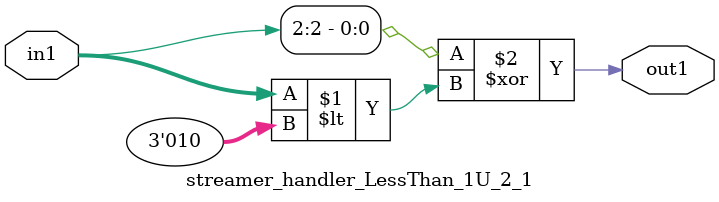
<source format=v>

`timescale 1ps / 1ps


module streamer_handler_LessThan_1U_2_1( in1, out1 );

    input [2:0] in1;
    output out1;

    
    // rtl_process:qkv_macro_handler_hub_LessThan_1U_68_1/qkv_macro_handler_hub_LessThan_1U_68_1_thread_1
    assign out1 = (in1[2] ^ in1 < 3'd2);

endmodule





</source>
